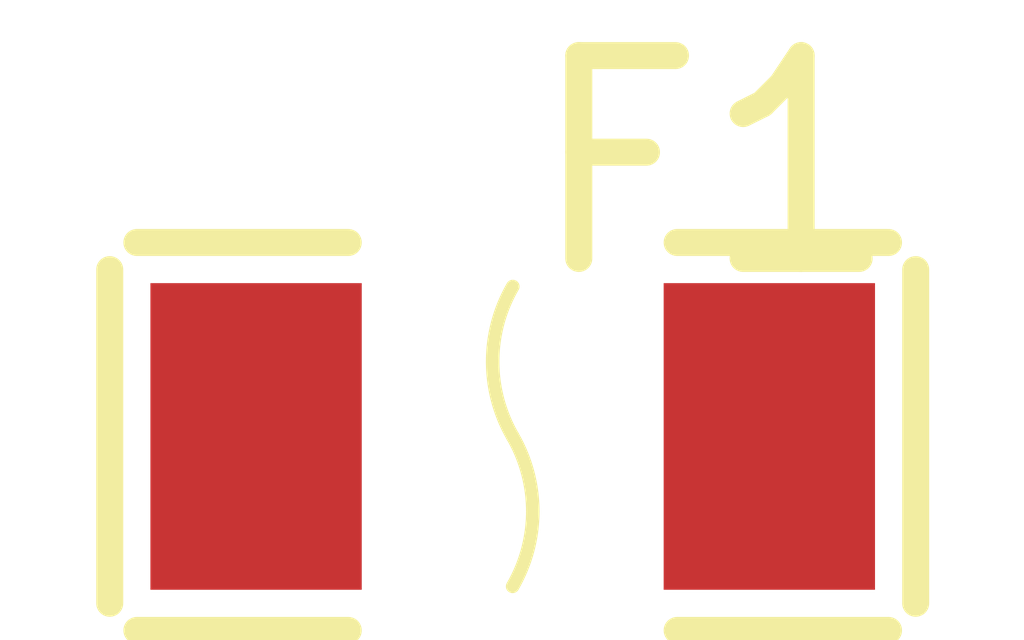
<source format=kicad_pcb>
(kicad_pcb (version 20171130) (host pcbnew "(5.1.5)-3") (page "A4") (layers (0 "F.Cu" signal) (31 "B.Cu" signal) (32 "B.Adhes" user) (33 "F.Adhes" user) (34 "B.Paste" user) (35 "F.Paste" user) (36 "B.SilkS" user) (37 "F.SilkS" user) (38 "B.Mask" user) (39 "F.Mask" user) (40 "Dwgs.User" user) (41 "Cmts.User" user) (42 "Eco1.User" user) (43 "Eco2.User" user) (44 "Edge.Cuts" user) (45 "Margin" user) (46 "B.CrtYd" user) (47 "F.CrtYd" user) (48 "B.Fab" user hide) (49 "F.Fab" user hide)) (net 0 "") (module "easyeda:F1206" (layer "F.Cu") (at 12.7 12.7) (attr smd) (fp_text value "F1206" (at 0 -3.302 0) (layer "F.Fab") hide (effects (font (size 1.143 1.143) (thickness 0.152)) (justify left))) (fp_text reference "F1" (at 0 -1.524 0) (layer "F.SilkS") (effects (font (size 1.143 1.143) (thickness 0.152)) (justify left))) (fp_line (start -0.926 -1.093) (end -2.116 -1.093) (width 0.152) (layer "F.SilkS")) (fp_line (start 0.926 -1.093) (end 2.116 -1.093) (width 0.152) (layer "F.SilkS")) (fp_line (start -2.269 -0.94) (end -2.269 0.94) (width 0.152) (layer "F.SilkS")) (fp_line (start 2.269 -0.94) (end 2.269 0.94) (width 0.152) (layer "F.SilkS")) (fp_line (start -2.116 1.093) (end -0.926 1.093) (width 0.152) (layer "F.SilkS")) (fp_line (start 2.116 1.093) (end 0.926 1.093) (width 0.152) (layer "F.SilkS")) (fp_arc (start 0.732 -0.422) (end 0 0) (angle 60) (width 0.076) (layer "F.SilkS")) (fp_arc (start -0.732 0.422) (end 0 0) (angle 60) (width 0.076) (layer "F.SilkS")) (pad 1 smd rect (at -1.445 0 0) (size 1.19 1.728) (layers "F.Cu" "F.Paste" "F.Mask")) (pad 2 smd rect (at 1.445 0 0) (size 1.19 1.728) (layers "F.Cu" "F.Paste" "F.Mask")) (fp_text user gge100 (at 0 0) (layer "Cmts.User") (effects (font (size 1 1) (thickness 0.15))))))
</source>
